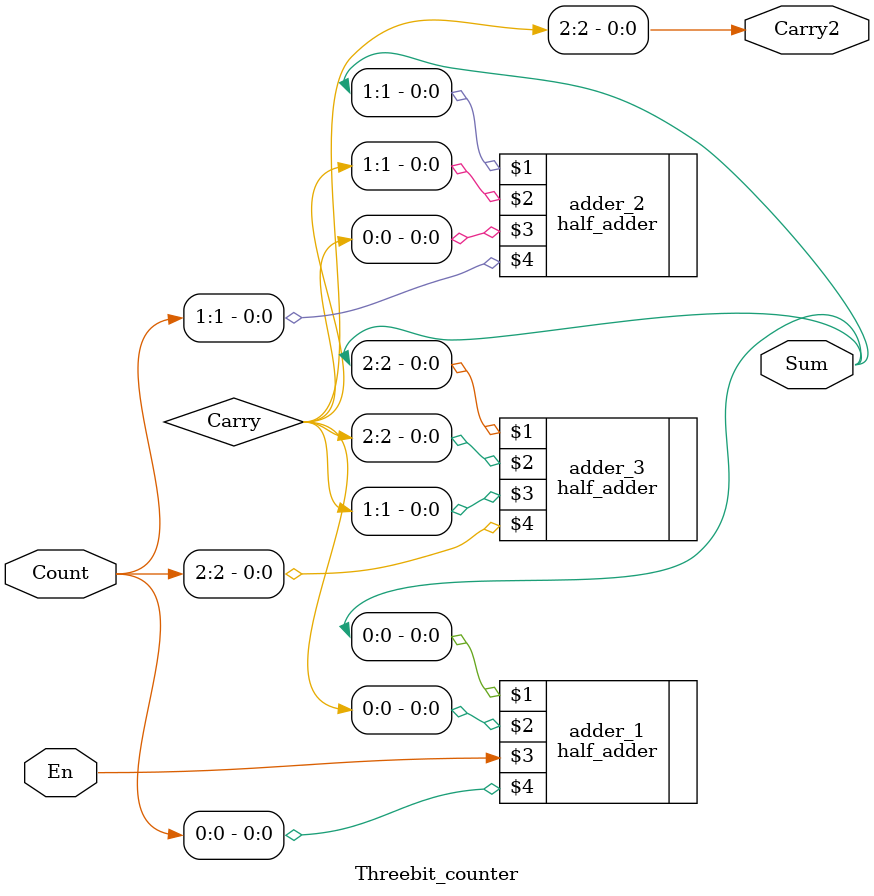
<source format=v>
`timescale 1ns / 1ps
`default_nettype none
module up_counter(Count, Carry2, En, Clk, Rst);
//setup output and input wires
    output reg[2:0] Count;
    output wire Carry2;
    
    input wire En, Clk, Rst;
    
    //setup inner wires (internal net)
    wire [2:0] Carry, Sum;
    
    //now we will essentially call in a module that we initialized below
    Threebit_counter UCI(Sum, Carry2, Count, En);
   
    // reset flip-flop, asynchronous reset
    always@(posedge Clk or posedge Rst)
        if(Rst) // if rst is true or 1
            Count <= 0; //reset the count
        else
            Count <= Sum; // save Sum to Count
        
            
endmodule //end

//initialize the threebit counter module
module Threebit_counter(Sum, Carry2, Count, En);
//initialize input, output, and internal net
    input wire En;
    input wire [2:0]Count;
    output wire [2:0]Sum;
    output wire Carry2;
    wire [2:0] Carry;
    
    // instantiate the half adders. three for three bit counter, and chain then nased on the carry signal
    half_adder adder_1(Sum[0], Carry[0], En, Count[0]);
    half_adder adder_2(Sum[1], Carry[1], Carry[0], Count[1]);
    half_adder adder_3(Sum[2], Carry[2], Carry[1], Count[2]);
    
    assign Carry2 = Carry[2]; //assign the result to a variable
    
endmodule //end

//////////////////////////////////////////////////////////////////////////////////
// Company: 
// Engineer: 
// 
// Create Date: 03/31/2025 07:05:57 PM
// Design Name: 
// Module Name: up_counter
// Project Name: 
// Target Devices: 
// Tool Versions: 
// Description: 
// 
// Dependencies: 
// 
// Revision:
// Revision 0.01 - File Created
// Additional Comments:
// 
//////////////////////////////////////////////////////////////////////////////////

</source>
